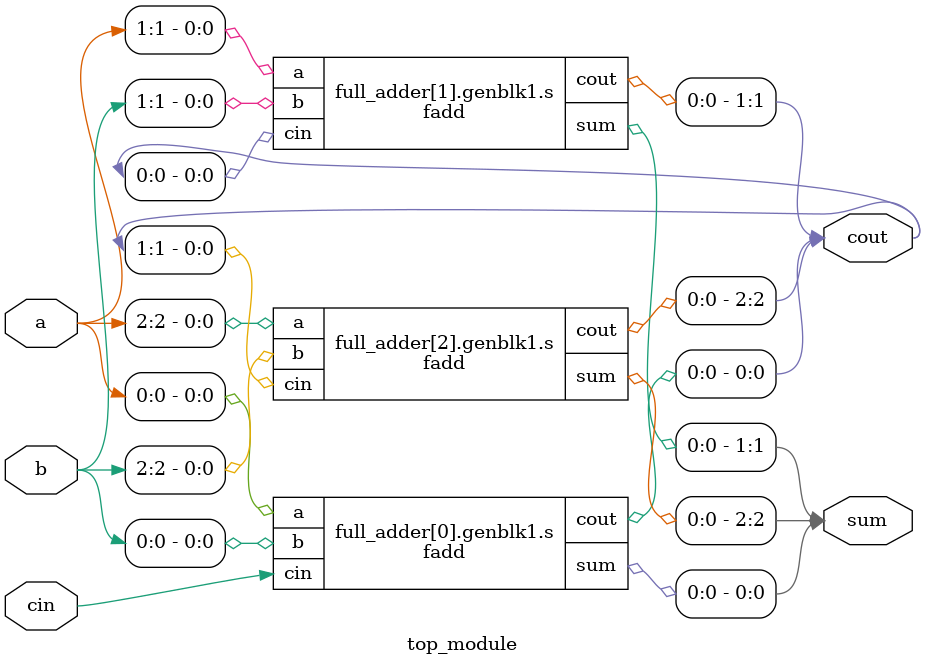
<source format=v>
module fadd(input a , b , cin ,
            output sum , cout);
    assign sum = a^b^cin;
    assign cout = (a&b) | (a&cin) | (b&cin);
endmodule
    
module top_module( 
    input [2:0] a, b,
    input cin,
    output [2:0] cout,
    output [2:0] sum );
    genvar i;
    generate
        for(i=0;i<3;i=i+1)begin:full_adder
            if(i==0)
                fadd s(.a(a[i]),.b(b[i]),.cin(cin),.cout(cout[i]),.sum(sum[i]));
            else
            	fadd s(.a(a[i]),.b(b[i]),.cin(cout[i-1]),.cout(cout[i]),.sum(sum[i]));
        end
    endgenerate

endmodule

</source>
